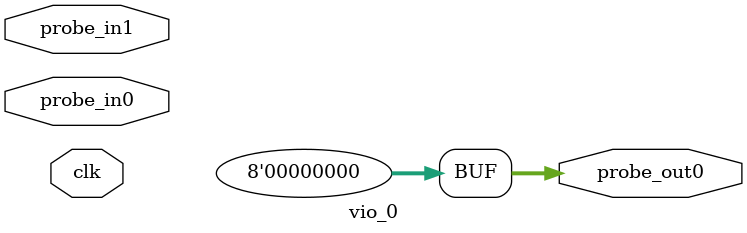
<source format=v>
`timescale 1ns / 1ps
module vio_0 (
clk,
probe_in0,probe_in1,
probe_out0
);

input clk;
input [0 : 0] probe_in0;
input [7 : 0] probe_in1;

output reg [7 : 0] probe_out0 = 'h00 ;


endmodule

</source>
